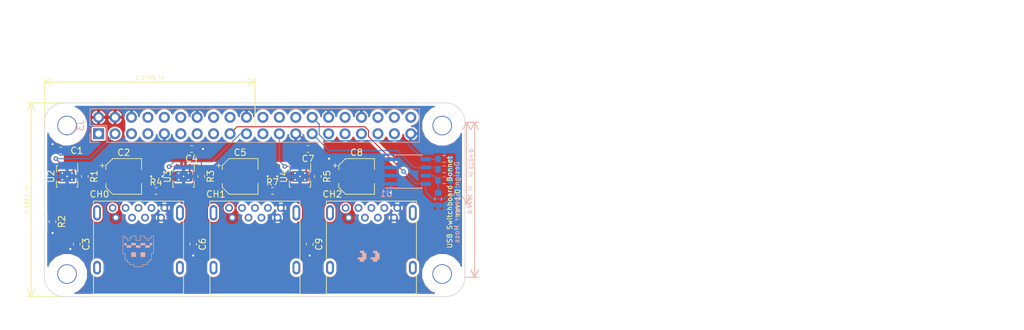
<source format=kicad_pcb>
(kicad_pcb (version 20171130) (host pcbnew 5.0.2-5.fc29)
  (layers (0 F.Cu signal) (31 B.Cu signal) (34 B.Paste user) (35 F.Paste user) (36 B.SilkS user) (37 F.SilkS user) (38 B.Mask user) (39 F.Mask user) (44 Edge.Cuts user))
  (net 0 "")
  (net 1 GND)
  (net 2 /ID_SD_EEPROM)
  (net 3 /ID_SC_EEPROM)
  (net 4 /P3V3)
  (net 5 /P5V)
  (net 6 "Net-(C2-Pad1)")
  (net 7 "Net-(C5-Pad1)")
  (net 8 "Net-(C8-Pad1)")
  (net 9 "Net-(R3-Pad2)")
  (net 10 "Net-(R4-Pad1)")
  (net 11 "Net-(R5-Pad2)")
  (net 12 "Net-(R7-Pad1)")
  (net 13 /CH1_EN)
  (net 14 "Net-(R11-Pad1)")
  (net 15 /CH2_EN)
  (net 16 /CH0_EN)
  (net 17 "Net-(R1-Pad2)")
  (net 18 "Net-(R2-Pad1)")
  (module project_footprints:packman_fmask (layer B.Cu) (at 127.25 100.5)
    (fp_text reference G*** hide)
    (fp_text value LOGO hide)
  )
  (module project_footprints:eaten_face (layer B.Cu) (at 109.25 100.75)
    (fp_text reference G*** hide)
    (fp_text value LOGO hide)
  )
  (module project_footprints:blinky_outline_silkscreen (layer B.Cu) (at 109.25 100.6)
    (fp_text reference G*** hide)
    (fp_text value LOGO hide)
  )
  (module project_footprints:blinky_outereyes_silkscreen (layer B.Cu) (at 145.2 100.85)
    (fp_text reference G*** hide)
    (fp_text value LOGO hide)
  )
  (module project_footprints:blinky_body_soldermask (layer B.Cu) (at 145.2 100.85)
    (fp_text reference G*** hide)
    (fp_text value LOGO hide)
  )
  (module Package_SON:Texas_S-PVSON-N8_ThermalVias (layer F.Cu) (at 98.25 89 270)
    (fp_text reference U2 (at 0 2.5 90) (layer F.SilkS))
    (fp_text value TPS2556)
    (pad 8 smd oval (at 1.55 -0.975 270) (size 0.65 0.4) (layers F.Cu F.Paste F.Mask) (net 17 "Net-(R1-Pad2)"))
    (pad 7 smd oval (at 1.55 -0.325 270) (size 0.65 0.4) (layers F.Cu F.Paste F.Mask) (net 6 "Net-(C2-Pad1)"))
    (pad 6 smd rect (at 1.75 0.325 270) (size 0.3 0.4) (layers F.Cu F.Paste F.Mask) (net 6 "Net-(C2-Pad1)"))
    (pad 5 smd rect (at 1.75 0.975 270) (size 0.3 0.4) (layers F.Cu F.Paste F.Mask) (net 18 "Net-(R2-Pad1)"))
    (pad 4 smd rect (at -1.75 0.975 270) (size 0.3 0.4) (layers F.Cu F.Paste F.Mask) (net 16 /CH0_EN))
    (pad 3 smd oval (at -1.55 0.325 270) (size 0.65 0.4) (layers F.Cu F.Paste F.Mask) (net 5 /P5V))
    (pad 2 smd rect (at -1.75 -0.325 270) (size 0.3 0.4) (layers F.Cu F.Paste F.Mask) (net 5 /P5V))
    (pad 1 smd rect (at -1.75 -0.975 270) (size 0.3 0.4) (layers F.Cu F.Paste F.Mask) (net 1 GND))
    (pad 9 smd rect (at 0 0 270) (size 1.65 2.4) (layers F.Cu F.Mask) (net 1 GND))
    (pad 9 smd rect (at 0.45 0.625 270) (size 0.65 1) (layers F.Cu F.Paste F.Mask) (net 1 GND))
    (pad 9 smd rect (at -0.45 0.625 270) (size 0.65 1) (layers F.Cu F.Paste F.Mask) (net 1 GND))
    (pad 9 smd rect (at 0.45 -0.625 270) (size 0.65 1) (layers F.Cu F.Paste F.Mask) (net 1 GND))
    (pad 9 smd rect (at -0.45 -0.625 270) (size 0.65 1) (layers F.Cu F.Paste F.Mask) (net 1 GND))
    (pad 9 thru_hole circle (at 0.5 0.75 270) (size 0.6 0.6) (drill 0.25) (layers *.Cu) (net 1 GND))
    (pad 9 thru_hole circle (at -0.5 0.75 270) (size 0.6 0.6) (drill 0.25) (layers *.Cu) (net 1 GND))
    (pad 9 thru_hole circle (at 0.5 -0.75 270) (size 0.6 0.6) (drill 0.25) (layers *.Cu) (net 1 GND))
    (pad 9 thru_hole circle (at -0.5 -0.75 270) (size 0.6 0.6) (drill 0.25) (layers *.Cu) (net 1 GND))
    (pad 9 thru_hole circle (at 0 0 270) (size 0.6 0.6) (drill 0.25) (layers *.Cu) (net 1 GND))
    (pad 8 smd rect (at 1.75 -0.975 270) (size 0.3 0.4) (layers F.Cu F.Paste F.Mask) (net 17 "Net-(R1-Pad2)"))
    (pad 7 smd rect (at 1.75 -0.325 270) (size 0.3 0.4) (layers F.Cu F.Paste F.Mask) (net 6 "Net-(C2-Pad1)"))
    (pad 6 smd oval (at 1.55 0.325 270) (size 0.65 0.4) (layers F.Cu F.Paste F.Mask) (net 6 "Net-(C2-Pad1)"))
    (pad 5 smd oval (at 1.55 0.975 270) (size 0.65 0.4) (layers F.Cu F.Paste F.Mask) (net 18 "Net-(R2-Pad1)"))
    (pad 4 smd oval (at -1.55 0.975 270) (size 0.65 0.4) (layers F.Cu F.Paste F.Mask) (net 16 /CH0_EN))
    (pad 3 smd rect (at -1.75 0.325 270) (size 0.3 0.4) (layers F.Cu F.Paste F.Mask) (net 5 /P5V))
    (pad 2 smd oval (at -1.55 -0.325 270) (size 0.65 0.4) (layers F.Cu F.Paste F.Mask) (net 5 /P5V))
    (pad 1 smd oval (at -1.55 -0.975 270) (size 0.65 0.4) (layers F.Cu F.Paste F.Mask) (net 1 GND))
    (pad 9 smd rect (at 0 0 270) (size 1.65 2.4) (layers B.Cu) (net 1 GND))
  )
  (module Resistor_SMD:R_0603_1608Metric_Pad0.84x1.00mm_HandSolder (layer B.Cu) (at 156.55 89.6 180)
    (fp_text reference R29 hide)
    (fp_text value 10K)
    (pad 2 smd rect (at 0.9625 0 180) (size 0.845 1) (layers B.Cu B.Paste B.Mask) (net 14 "Net-(R11-Pad1)"))
    (pad 1 smd rect (at -0.9625 0 180) (size 0.845 1) (layers B.Cu B.Paste B.Mask) (net 4 /P3V3))
  )
  (module Package_SOIC:SOIC-8_3.9x4.9mm_P1.27mm (layer B.Cu) (at 151 88.25)
    (fp_text reference U1 (at -3.4 3.4 180) (layer B.SilkS) (effects (justify mirror)))
    (fp_text value CAT24C32)
    (pad 1 smd rect (at -2.7 1.905) (size 1.55 0.6) (layers B.Cu B.Paste B.Mask) (net 1 GND))
    (pad 2 smd rect (at -2.7 0.635) (size 1.55 0.6) (layers B.Cu B.Paste B.Mask) (net 1 GND))
    (pad 3 smd rect (at -2.7 -0.635) (size 1.55 0.6) (layers B.Cu B.Paste B.Mask) (net 1 GND))
    (pad 4 smd rect (at -2.7 -1.905) (size 1.55 0.6) (layers B.Cu B.Paste B.Mask) (net 1 GND))
    (pad 5 smd rect (at 2.7 -1.905) (size 1.55 0.6) (layers B.Cu B.Paste B.Mask) (net 3 /ID_SC_EEPROM))
    (pad 6 smd rect (at 2.7 -0.635) (size 1.55 0.6) (layers B.Cu B.Paste B.Mask) (net 2 /ID_SD_EEPROM))
    (pad 7 smd rect (at 2.7 0.635) (size 1.55 0.6) (layers B.Cu B.Paste B.Mask) (net 14 "Net-(R11-Pad1)"))
    (pad 8 smd rect (at 2.7 1.905) (size 1.55 0.6) (layers B.Cu B.Paste B.Mask) (net 4 /P3V3))
  )
  (module Resistor_SMD:R_0603_1608Metric_Pad0.84x1.00mm_HandSolder (layer B.Cu) (at 155.6 92.5 270)
    (fp_text reference R11 hide)
    (fp_text value DNP)
    (pad 1 smd rect (at -0.9625 0 270) (size 0.845 1) (layers B.Cu B.Paste B.Mask) (net 14 "Net-(R11-Pad1)"))
    (pad 2 smd rect (at 0.9625 0 270) (size 0.845 1) (layers B.Cu B.Paste B.Mask) (net 1 GND))
  )
  (module Resistor_SMD:R_0603_1608Metric_Pad0.84x1.00mm_HandSolder (layer B.Cu) (at 156.55 86.3 180)
    (fp_text reference R8 hide)
    (fp_text value 3.9K)
    (pad 2 smd rect (at 0.9625 0 180) (size 0.845 1) (layers B.Cu B.Paste B.Mask) (net 3 /ID_SC_EEPROM))
    (pad 1 smd rect (at -0.9625 0 180) (size 0.845 1) (layers B.Cu B.Paste B.Mask) (net 4 /P3V3))
  )
  (module Resistor_SMD:R_0603_1608Metric_Pad0.84x1.00mm_HandSolder (layer B.Cu) (at 156.55 87.9 180)
    (fp_text reference R6 hide)
    (fp_text value 3.9K)
    (pad 1 smd rect (at -0.9625 0 180) (size 0.845 1) (layers B.Cu B.Paste B.Mask) (net 4 /P3V3))
    (pad 2 smd rect (at 0.9625 0 180) (size 0.845 1) (layers B.Cu B.Paste B.Mask) (net 2 /ID_SD_EEPROM))
  )
  (module Connector_PinSocket_2.54mm:PinSocket_2x20_P2.54mm_Vertical (layer B.Cu) (at 103.12 82.39 270)
    (fp_text reference J3 (at -1.27 2.77 270) (layer B.SilkS) (effects (justify mirror)))
    (fp_text value 40HAT)
    (pad 40 thru_hole oval (at -2.54 -48.26 270) (size 1.7 1.7) (drill 1) (layers *.Cu *.Mask))
    (pad 39 thru_hole oval (at 0 -48.26 270) (size 1.7 1.7) (drill 1) (layers *.Cu *.Mask) (net 1 GND))
    (pad 38 thru_hole oval (at -2.54 -45.72 270) (size 1.7 1.7) (drill 1) (layers *.Cu *.Mask))
    (pad 37 thru_hole oval (at 0 -45.72 270) (size 1.7 1.7) (drill 1) (layers *.Cu *.Mask))
    (pad 36 thru_hole oval (at -2.54 -43.18 270) (size 1.7 1.7) (drill 1) (layers *.Cu *.Mask))
    (pad 35 thru_hole oval (at 0 -43.18 270) (size 1.7 1.7) (drill 1) (layers *.Cu *.Mask))
    (pad 34 thru_hole oval (at -2.54 -40.64 270) (size 1.7 1.7) (drill 1) (layers *.Cu *.Mask) (net 1 GND))
    (pad 33 thru_hole oval (at 0 -40.64 270) (size 1.7 1.7) (drill 1) (layers *.Cu *.Mask))
    (pad 32 thru_hole oval (at -2.54 -38.1 270) (size 1.7 1.7) (drill 1) (layers *.Cu *.Mask))
    (pad 31 thru_hole oval (at 0 -38.1 270) (size 1.7 1.7) (drill 1) (layers *.Cu *.Mask))
    (pad 30 thru_hole oval (at -2.54 -35.56 270) (size 1.7 1.7) (drill 1) (layers *.Cu *.Mask) (net 1 GND))
    (pad 29 thru_hole oval (at 0 -35.56 270) (size 1.7 1.7) (drill 1) (layers *.Cu *.Mask))
    (pad 28 thru_hole oval (at -2.54 -33.02 270) (size 1.7 1.7) (drill 1) (layers *.Cu *.Mask) (net 3 /ID_SC_EEPROM))
    (pad 27 thru_hole oval (at 0 -33.02 270) (size 1.7 1.7) (drill 1) (layers *.Cu *.Mask) (net 2 /ID_SD_EEPROM))
    (pad 26 thru_hole oval (at -2.54 -30.48 270) (size 1.7 1.7) (drill 1) (layers *.Cu *.Mask))
    (pad 25 thru_hole oval (at 0 -30.48 270) (size 1.7 1.7) (drill 1) (layers *.Cu *.Mask) (net 1 GND))
    (pad 24 thru_hole oval (at -2.54 -27.94 270) (size 1.7 1.7) (drill 1) (layers *.Cu *.Mask))
    (pad 23 thru_hole oval (at 0 -27.94 270) (size 1.7 1.7) (drill 1) (layers *.Cu *.Mask) (net 15 /CH2_EN))
    (pad 22 thru_hole oval (at -2.54 -25.4 270) (size 1.7 1.7) (drill 1) (layers *.Cu *.Mask))
    (pad 21 thru_hole oval (at 0 -25.4 270) (size 1.7 1.7) (drill 1) (layers *.Cu *.Mask))
    (pad 20 thru_hole oval (at -2.54 -22.86 270) (size 1.7 1.7) (drill 1) (layers *.Cu *.Mask) (net 1 GND))
    (pad 19 thru_hole oval (at 0 -22.86 270) (size 1.7 1.7) (drill 1) (layers *.Cu *.Mask) (net 13 /CH1_EN))
    (pad 18 thru_hole oval (at -2.54 -20.32 270) (size 1.7 1.7) (drill 1) (layers *.Cu *.Mask))
    (pad 17 thru_hole oval (at 0 -20.32 270) (size 1.7 1.7) (drill 1) (layers *.Cu *.Mask) (net 4 /P3V3))
    (pad 16 thru_hole oval (at -2.54 -17.78 270) (size 1.7 1.7) (drill 1) (layers *.Cu *.Mask))
    (pad 15 thru_hole oval (at 0 -17.78 270) (size 1.7 1.7) (drill 1) (layers *.Cu *.Mask))
    (pad 14 thru_hole oval (at -2.54 -15.24 270) (size 1.7 1.7) (drill 1) (layers *.Cu *.Mask) (net 1 GND))
    (pad 13 thru_hole oval (at 0 -15.24 270) (size 1.7 1.7) (drill 1) (layers *.Cu *.Mask))
    (pad 12 thru_hole oval (at -2.54 -12.7 270) (size 1.7 1.7) (drill 1) (layers *.Cu *.Mask))
    (pad 11 thru_hole oval (at 0 -12.7 270) (size 1.7 1.7) (drill 1) (layers *.Cu *.Mask))
    (pad 10 thru_hole oval (at -2.54 -10.16 270) (size 1.7 1.7) (drill 1) (layers *.Cu *.Mask))
    (pad 9 thru_hole oval (at 0 -10.16 270) (size 1.7 1.7) (drill 1) (layers *.Cu *.Mask) (net 1 GND))
    (pad 8 thru_hole oval (at -2.54 -7.62 270) (size 1.7 1.7) (drill 1) (layers *.Cu *.Mask))
    (pad 7 thru_hole oval (at 0 -7.62 270) (size 1.7 1.7) (drill 1) (layers *.Cu *.Mask))
    (pad 6 thru_hole oval (at -2.54 -5.08 270) (size 1.7 1.7) (drill 1) (layers *.Cu *.Mask) (net 1 GND))
    (pad 5 thru_hole oval (at 0 -5.08 270) (size 1.7 1.7) (drill 1) (layers *.Cu *.Mask))
    (pad 4 thru_hole oval (at -2.54 -2.54 270) (size 1.7 1.7) (drill 1) (layers *.Cu *.Mask) (net 5 /P5V))
    (pad 3 thru_hole oval (at 0 -2.54 270) (size 1.7 1.7) (drill 1) (layers *.Cu *.Mask) (net 16 /CH0_EN))
    (pad 2 thru_hole oval (at -2.54 0 270) (size 1.7 1.7) (drill 1) (layers *.Cu *.Mask) (net 5 /P5V))
    (pad 1 thru_hole rect (at 0 0 270) (size 1.7 1.7) (drill 1) (layers *.Cu *.Mask) (net 4 /P3V3))
  )
  (module project_footprints:NPTH_3mm_ID (layer F.Cu) (at 98.24 81.11)
    (fp_text reference H1 (at 0.06 0.09) (layer F.SilkS))
    (fp_text value 3mm_Mounting_Hole hide)
    (pad "" np_thru_hole circle (at 0 0) (size 3 3) (drill 2.75) (layers *.Cu *.Mask) (clearance 1.6))
  )
  (module project_footprints:NPTH_3mm_ID (layer F.Cu) (at 156.24 81.13)
    (fp_text reference H2 (at 0.06 0.09) (layer F.SilkS))
    (fp_text value 3mm_Mounting_Hole hide)
    (pad "" np_thru_hole circle (at 0 0) (size 3 3) (drill 2.75) (layers *.Cu *.Mask) (clearance 1.6))
  )
  (module project_footprints:NPTH_3mm_ID (layer F.Cu) (at 98.24 104.12)
    (fp_text reference H3 (at 0.06 0.09) (layer F.SilkS))
    (fp_text value 3mm_Mounting_Hole hide)
    (pad "" np_thru_hole circle (at 0 0) (size 3 3) (drill 2.75) (layers *.Cu *.Mask) (clearance 1.6))
  )
  (module project_footprints:NPTH_3mm_ID (layer F.Cu) (at 156.23 104.11)
    (fp_text reference H4 (at 0.06 0.09) (layer F.SilkS))
    (fp_text value 3mm_Mounting_Hole hide)
    (pad "" np_thru_hole circle (at 0 0) (size 3 3) (drill 2.75) (layers *.Cu *.Mask) (clearance 1.6))
  )
  (module Capacitor_SMD:C_0603_1608Metric (layer F.Cu) (at 97.25 85 180)
    (fp_text reference C1 (at -2.5 0 180) (layer F.SilkS))
    (fp_text value 0.1uF)
    (pad 1 smd roundrect (at -0.7875 0 180) (size 0.875 0.95) (layers F.Cu F.Paste F.Mask) (net 5 /P5V))
    (pad 2 smd roundrect (at 0.7875 0 180) (size 0.875 0.95) (layers F.Cu F.Paste F.Mask) (net 1 GND))
  )
  (module Resistor_SMD:R_0603_1608Metric (layer F.Cu) (at 99.75 99.5 270)
    (fp_text reference C3 (at 0 -1.43 90) (layer F.SilkS))
    (fp_text value 10uF)
    (pad 1 smd roundrect (at -0.7875 0 270) (size 0.875 0.95) (layers F.Cu F.Paste F.Mask) (net 6 "Net-(C2-Pad1)"))
    (pad 2 smd roundrect (at 0.7875 0 270) (size 0.875 0.95) (layers F.Cu F.Paste F.Mask) (net 1 GND))
  )
  (module Connector_USB:USB3_A_Molex_48393-001 (layer F.Cu) (at 105.79 95.38)
    (fp_text reference CH0 (at -2.54 -3.63) (layer F.SilkS))
    (fp_text value USB_A)
    (pad 10 thru_hole oval (at -2.9 7.75) (size 1.2 2.1) (drill oval 0.6 1.4) (layers *.Cu *.Mask))
    (pad 10 thru_hole oval (at 9.9 7.75) (size 1.2 2.1) (drill oval 0.6 1.4) (layers *.Cu *.Mask))
    (pad 10 thru_hole oval (at -2.9 -0.75) (size 1.2 2.4) (drill oval 0.6 1.7) (layers *.Cu *.Mask))
    (pad 10 thru_hole oval (at 9.9 -0.75) (size 1.2 2.4) (drill oval 0.6 1.7) (layers *.Cu *.Mask))
    (pad 9 thru_hole circle (at -0.5 -1.5) (size 1.2 1.2) (drill 0.7) (layers *.Cu *.Mask))
    (pad 8 thru_hole circle (at 1.5 -1.5) (size 1.2 1.2) (drill 0.7) (layers *.Cu *.Mask))
    (pad 7 thru_hole circle (at 3.5 -1.5) (size 1.2 1.2) (drill 0.7) (layers *.Cu *.Mask))
    (pad 6 thru_hole circle (at 5.5 -1.5) (size 1.2 1.2) (drill 0.7) (layers *.Cu *.Mask))
    (pad 5 thru_hole circle (at 7.5 -1.5) (size 1.2 1.2) (drill 0.7) (layers *.Cu *.Mask) (net 1 GND))
    (pad 4 thru_hole circle (at 7 0) (size 1.2 1.2) (drill 0.7) (layers *.Cu *.Mask) (net 1 GND))
    (pad 3 thru_hole circle (at 4.5 0) (size 1.2 1.2) (drill 0.7) (layers *.Cu *.Mask))
    (pad 2 thru_hole circle (at 2.5 0) (size 1.2 1.2) (drill 0.7) (layers *.Cu *.Mask))
    (pad 1 thru_hole circle (at 0 0) (size 1.2 1.2) (drill 0.7) (layers *.Cu *.Mask) (net 6 "Net-(C2-Pad1)"))
  )
  (module Resistor_SMD:R_0603_1608Metric (layer F.Cu) (at 101 89 270)
    (fp_text reference R1 (at 0 -1.43 90) (layer F.SilkS))
    (fp_text value 100k)
    (pad 2 smd roundrect (at 0.7875 0 270) (size 0.875 0.95) (layers F.Cu F.Paste F.Mask) (net 17 "Net-(R1-Pad2)"))
    (pad 1 smd roundrect (at -0.7875 0 270) (size 0.875 0.95) (layers F.Cu F.Paste F.Mask) (net 5 /P5V))
  )
  (module Capacitor_SMD:CP_Elec_5x5.3 (layer F.Cu) (at 107 89)
    (fp_text reference C2 (at 0 -3.7) (layer F.SilkS))
    (fp_text value 150uF)
    (pad 1 smd roundrect (at -2.2 0) (size 3 1.6) (layers F.Cu F.Paste F.Mask) (roundrect_rratio 0.156) (net 6 "Net-(C2-Pad1)"))
    (pad 2 smd roundrect (at 2.2 0) (size 3 1.6) (layers F.Cu F.Paste F.Mask) (roundrect_rratio 0.15625) (net 1 GND))
  )
  (module Capacitor_SMD:C_0603_1608Metric (layer F.Cu) (at 117.5 84.75)
    (fp_text reference C4 (at 0 1.5) (layer F.SilkS))
    (fp_text value 0.1uF)
    (pad 1 smd roundrect (at -0.7875 0) (size 0.875 0.95) (layers F.Cu F.Paste F.Mask) (net 5 /P5V))
    (pad 2 smd roundrect (at 0.7875 0) (size 0.875 0.95) (layers F.Cu F.Paste F.Mask) (net 1 GND))
  )
  (module Capacitor_SMD:CP_Elec_5x5.3 (layer F.Cu) (at 125 89)
    (fp_text reference C5 (at 0 -3.7) (layer F.SilkS))
    (fp_text value 150uF)
    (pad 1 smd roundrect (at -2.2 0) (size 3 1.6) (layers F.Cu F.Paste F.Mask) (roundrect_rratio 0.15625) (net 7 "Net-(C5-Pad1)"))
    (pad 2 smd roundrect (at 2.2 0) (size 3 1.6) (layers F.Cu F.Paste F.Mask) (roundrect_rratio 0.15625) (net 1 GND))
  )
  (module Resistor_SMD:R_0603_1608Metric (layer F.Cu) (at 117.75 99.5 270)
    (fp_text reference C6 (at 0 -1.43 90) (layer F.SilkS))
    (fp_text value 10uF)
    (pad 2 smd roundrect (at 0.7875 0 270) (size 0.875 0.95) (layers F.Cu F.Paste F.Mask) (net 1 GND))
    (pad 1 smd roundrect (at -0.7875 0 270) (size 0.875 0.95) (layers F.Cu F.Paste F.Mask) (net 7 "Net-(C5-Pad1)"))
  )
  (module Capacitor_SMD:C_0603_1608Metric (layer F.Cu) (at 135.5 84.75)
    (fp_text reference C7 (at 0 1.5) (layer F.SilkS))
    (fp_text value 0.1uF)
    (pad 2 smd roundrect (at 0.7875 0) (size 0.875 0.95) (layers F.Cu F.Paste F.Mask) (net 1 GND))
    (pad 1 smd roundrect (at -0.7875 0) (size 0.875 0.95) (layers F.Cu F.Paste F.Mask) (net 5 /P5V))
  )
  (module Capacitor_SMD:CP_Elec_5x5.3 (layer F.Cu) (at 143 89)
    (fp_text reference C8 (at 0 -3.7) (layer F.SilkS))
    (fp_text value 150uF)
    (pad 2 smd roundrect (at 2.2 0) (size 3 1.6) (layers F.Cu F.Paste F.Mask) (roundrect_rratio 0.15625) (net 1 GND))
    (pad 1 smd roundrect (at -2.2 0) (size 3 1.6) (layers F.Cu F.Paste F.Mask) (roundrect_rratio 0.15625) (net 8 "Net-(C8-Pad1)"))
  )
  (module Resistor_SMD:R_0603_1608Metric (layer F.Cu) (at 135.75 99.5 270)
    (fp_text reference C9 (at 0 -1.43 90) (layer F.SilkS))
    (fp_text value 10uF)
    (pad 1 smd roundrect (at -0.7875 0 270) (size 0.875 0.95) (layers F.Cu F.Paste F.Mask) (net 8 "Net-(C8-Pad1)"))
    (pad 2 smd roundrect (at 0.7875 0 270) (size 0.875 0.95) (layers F.Cu F.Paste F.Mask) (net 1 GND))
  )
  (module Connector_USB:USB3_A_Molex_48393-001 (layer F.Cu) (at 123.79 95.38)
    (fp_text reference CH1 (at -2.54 -3.63) (layer F.SilkS))
    (fp_text value USB_A)
    (pad 1 thru_hole circle (at 0 0) (size 1.2 1.2) (drill 0.7) (layers *.Cu *.Mask) (net 7 "Net-(C5-Pad1)"))
    (pad 2 thru_hole circle (at 2.5 0) (size 1.2 1.2) (drill 0.7) (layers *.Cu *.Mask))
    (pad 3 thru_hole circle (at 4.5 0) (size 1.2 1.2) (drill 0.7) (layers *.Cu *.Mask))
    (pad 4 thru_hole circle (at 7 0) (size 1.2 1.2) (drill 0.7) (layers *.Cu *.Mask) (net 1 GND))
    (pad 5 thru_hole circle (at 7.5 -1.5) (size 1.2 1.2) (drill 0.7) (layers *.Cu *.Mask) (net 1 GND))
    (pad 6 thru_hole circle (at 5.5 -1.5) (size 1.2 1.2) (drill 0.7) (layers *.Cu *.Mask))
    (pad 7 thru_hole circle (at 3.5 -1.5) (size 1.2 1.2) (drill 0.7) (layers *.Cu *.Mask))
    (pad 8 thru_hole circle (at 1.5 -1.5) (size 1.2 1.2) (drill 0.7) (layers *.Cu *.Mask))
    (pad 9 thru_hole circle (at -0.5 -1.5) (size 1.2 1.2) (drill 0.7) (layers *.Cu *.Mask))
    (pad 10 thru_hole oval (at 9.9 -0.75) (size 1.2 2.4) (drill oval 0.6 1.7) (layers *.Cu *.Mask))
    (pad 10 thru_hole oval (at -2.9 -0.75) (size 1.2 2.4) (drill oval 0.6 1.7) (layers *.Cu *.Mask))
    (pad 10 thru_hole oval (at 9.9 7.75) (size 1.2 2.1) (drill oval 0.6 1.4) (layers *.Cu *.Mask))
    (pad 10 thru_hole oval (at -2.9 7.75) (size 1.2 2.1) (drill oval 0.6 1.4) (layers *.Cu *.Mask))
  )
  (module Connector_USB:USB3_A_Molex_48393-001 (layer F.Cu) (at 141.79 95.38)
    (fp_text reference CH2 (at -2.54 -3.63) (layer F.SilkS))
    (fp_text value USB_A)
    (pad 10 thru_hole oval (at -2.9 7.75) (size 1.2 2.1) (drill oval 0.6 1.4) (layers *.Cu *.Mask))
    (pad 10 thru_hole oval (at 9.9 7.75) (size 1.2 2.1) (drill oval 0.6 1.4) (layers *.Cu *.Mask))
    (pad 10 thru_hole oval (at -2.9 -0.75) (size 1.2 2.4) (drill oval 0.6 1.7) (layers *.Cu *.Mask))
    (pad 10 thru_hole oval (at 9.9 -0.75) (size 1.2 2.4) (drill oval 0.6 1.7) (layers *.Cu *.Mask))
    (pad 9 thru_hole circle (at -0.5 -1.5) (size 1.2 1.2) (drill 0.7) (layers *.Cu *.Mask))
    (pad 8 thru_hole circle (at 1.5 -1.5) (size 1.2 1.2) (drill 0.7) (layers *.Cu *.Mask))
    (pad 7 thru_hole circle (at 3.5 -1.5) (size 1.2 1.2) (drill 0.7) (layers *.Cu *.Mask))
    (pad 6 thru_hole circle (at 5.5 -1.5) (size 1.2 1.2) (drill 0.7) (layers *.Cu *.Mask))
    (pad 5 thru_hole circle (at 7.5 -1.5) (size 1.2 1.2) (drill 0.7) (layers *.Cu *.Mask) (net 1 GND))
    (pad 4 thru_hole circle (at 7 0) (size 1.2 1.2) (drill 0.7) (layers *.Cu *.Mask) (net 1 GND))
    (pad 3 thru_hole circle (at 4.5 0) (size 1.2 1.2) (drill 0.7) (layers *.Cu *.Mask))
    (pad 2 thru_hole circle (at 2.5 0) (size 1.2 1.2) (drill 0.7) (layers *.Cu *.Mask))
    (pad 1 thru_hole circle (at 0 0) (size 1.2 1.2) (drill 0.7) (layers *.Cu *.Mask) (net 8 "Net-(C8-Pad1)"))
  )
  (module Resistor_SMD:R_0603_1608Metric (layer F.Cu) (at 119 89 270)
    (fp_text reference R3 (at 0 -1.43 90) (layer F.SilkS))
    (fp_text value 100k)
    (pad 1 smd roundrect (at -0.7875 0 270) (size 0.875 0.95) (layers F.Cu F.Paste F.Mask) (net 5 /P5V))
    (pad 2 smd roundrect (at 0.7875 0 270) (size 0.875 0.95) (layers F.Cu F.Paste F.Mask) (net 9 "Net-(R3-Pad2)"))
  )
  (module Resistor_SMD:R_0603_1608Metric (layer F.Cu) (at 112 91.25 180)
    (fp_text reference R4 (at 0 1.35) (layer F.SilkS))
    (fp_text value 187k)
    (pad 1 smd roundrect (at -0.7875 0 180) (size 0.875 0.95) (layers F.Cu F.Paste F.Mask) (net 10 "Net-(R4-Pad1)"))
    (pad 2 smd roundrect (at 0.7875 0 180) (size 0.875 0.95) (layers F.Cu F.Paste F.Mask) (net 1 GND))
  )
  (module Resistor_SMD:R_0603_1608Metric (layer F.Cu) (at 137 89 270)
    (fp_text reference R5 (at 0 -1.43 90) (layer F.SilkS))
    (fp_text value 100k)
    (pad 2 smd roundrect (at 0.7875 0 270) (size 0.875 0.95) (layers F.Cu F.Paste F.Mask) (net 11 "Net-(R5-Pad2)"))
    (pad 1 smd roundrect (at -0.7875 0 270) (size 0.875 0.95) (layers F.Cu F.Paste F.Mask) (net 5 /P5V))
  )
  (module Resistor_SMD:R_0603_1608Metric (layer F.Cu) (at 130 91.25 180)
    (fp_text reference R7 (at 0 1.35) (layer F.SilkS))
    (fp_text value 187k)
    (pad 1 smd roundrect (at -0.7875 0 180) (size 0.875 0.95) (layers F.Cu F.Paste F.Mask) (net 12 "Net-(R7-Pad1)"))
    (pad 2 smd roundrect (at 0.7875 0 180) (size 0.875 0.95) (layers F.Cu F.Paste F.Mask) (net 1 GND))
  )
  (module Package_SON:Texas_S-PVSON-N8_ThermalVias (layer F.Cu) (at 116.25 89 270)
    (fp_text reference U3 (at 0 2.5 90) (layer F.SilkS))
    (fp_text value TPS2556)
    (pad 8 smd oval (at 1.55 -0.975 270) (size 0.65 0.4) (layers F.Cu F.Paste F.Mask) (net 9 "Net-(R3-Pad2)"))
    (pad 7 smd oval (at 1.55 -0.325 270) (size 0.65 0.4) (layers F.Cu F.Paste F.Mask) (net 7 "Net-(C5-Pad1)"))
    (pad 6 smd rect (at 1.75 0.325 270) (size 0.3 0.4) (layers F.Cu F.Paste F.Mask) (net 7 "Net-(C5-Pad1)"))
    (pad 5 smd rect (at 1.75 0.975 270) (size 0.3 0.4) (layers F.Cu F.Paste F.Mask) (net 10 "Net-(R4-Pad1)"))
    (pad 4 smd rect (at -1.75 0.975 270) (size 0.3 0.4) (layers F.Cu F.Paste F.Mask) (net 13 /CH1_EN))
    (pad 3 smd oval (at -1.55 0.325 270) (size 0.65 0.4) (layers F.Cu F.Paste F.Mask) (net 5 /P5V))
    (pad 2 smd rect (at -1.75 -0.325 270) (size 0.3 0.4) (layers F.Cu F.Paste F.Mask) (net 5 /P5V))
    (pad 1 smd rect (at -1.75 -0.975 270) (size 0.3 0.4) (layers F.Cu F.Paste F.Mask) (net 1 GND))
    (pad 9 smd rect (at 0 0 270) (size 1.65 2.4) (layers F.Cu F.Mask) (net 1 GND))
    (pad 9 smd rect (at 0.45 0.625 270) (size 0.65 1) (layers F.Cu F.Paste F.Mask) (net 1 GND))
    (pad 9 smd rect (at -0.45 0.625 270) (size 0.65 1) (layers F.Cu F.Paste F.Mask) (net 1 GND))
    (pad 9 smd rect (at 0.45 -0.625 270) (size 0.65 1) (layers F.Cu F.Paste F.Mask) (net 1 GND))
    (pad 9 smd rect (at -0.45 -0.625 270) (size 0.65 1) (layers F.Cu F.Paste F.Mask) (net 1 GND))
    (pad 9 thru_hole circle (at 0.5 0.75 270) (size 0.6 0.6) (drill 0.25) (layers *.Cu) (net 1 GND))
    (pad 9 thru_hole circle (at -0.5 0.75 270) (size 0.6 0.6) (drill 0.25) (layers *.Cu) (net 1 GND))
    (pad 9 thru_hole circle (at 0.5 -0.75 270) (size 0.6 0.6) (drill 0.25) (layers *.Cu) (net 1 GND))
    (pad 9 thru_hole circle (at -0.5 -0.75 270) (size 0.6 0.6) (drill 0.25) (layers *.Cu) (net 1 GND))
    (pad 9 thru_hole circle (at 0 0 270) (size 0.6 0.6) (drill 0.25) (layers *.Cu) (net 1 GND))
    (pad 8 smd rect (at 1.75 -0.975 270) (size 0.3 0.4) (layers F.Cu F.Paste F.Mask) (net 9 "Net-(R3-Pad2)"))
    (pad 7 smd rect (at 1.75 -0.325 270) (size 0.3 0.4) (layers F.Cu F.Paste F.Mask) (net 7 "Net-(C5-Pad1)"))
    (pad 6 smd oval (at 1.55 0.325 270) (size 0.65 0.4) (layers F.Cu F.Paste F.Mask) (net 7 "Net-(C5-Pad1)"))
    (pad 5 smd oval (at 1.55 0.975 270) (size 0.65 0.4) (layers F.Cu F.Paste F.Mask) (net 10 "Net-(R4-Pad1)"))
    (pad 4 smd oval (at -1.55 0.975 270) (size 0.65 0.4) (layers F.Cu F.Paste F.Mask) (net 13 /CH1_EN))
    (pad 3 smd rect (at -1.75 0.325 270) (size 0.3 0.4) (layers F.Cu F.Paste F.Mask) (net 5 /P5V))
    (pad 2 smd oval (at -1.55 -0.325 270) (size 0.65 0.4) (layers F.Cu F.Paste F.Mask) (net 5 /P5V))
    (pad 1 smd oval (at -1.55 -0.975 270) (size 0.65 0.4) (layers F.Cu F.Paste F.Mask) (net 1 GND))
    (pad 9 smd rect (at 0 0 270) (size 1.65 2.4) (layers B.Cu) (net 1 GND))
  )
  (module Package_SON:Texas_S-PVSON-N8_ThermalVias (layer F.Cu) (at 134.25 89 270)
    (fp_text reference U4 (at 0 2.5 90) (layer F.SilkS))
    (fp_text value TPS2556)
    (pad 9 smd rect (at 0 0 270) (size 1.65 2.4) (layers B.Cu) (net 1 GND))
    (pad 1 smd oval (at -1.55 -0.975 270) (size 0.65 0.4) (layers F.Cu F.Paste F.Mask) (net 1 GND))
    (pad 2 smd oval (at -1.55 -0.325 270) (size 0.65 0.4) (layers F.Cu F.Paste F.Mask) (net 5 /P5V))
    (pad 3 smd rect (at -1.75 0.325 270) (size 0.3 0.4) (layers F.Cu F.Paste F.Mask) (net 5 /P5V))
    (pad 4 smd oval (at -1.55 0.975 270) (size 0.65 0.4) (layers F.Cu F.Paste F.Mask) (net 15 /CH2_EN))
    (pad 5 smd oval (at 1.55 0.975 270) (size 0.65 0.4) (layers F.Cu F.Paste F.Mask) (net 12 "Net-(R7-Pad1)"))
    (pad 6 smd oval (at 1.55 0.325 270) (size 0.65 0.4) (layers F.Cu F.Paste F.Mask) (net 8 "Net-(C8-Pad1)"))
    (pad 7 smd rect (at 1.75 -0.325 270) (size 0.3 0.4) (layers F.Cu F.Paste F.Mask) (net 8 "Net-(C8-Pad1)"))
    (pad 8 smd rect (at 1.75 -0.975 270) (size 0.3 0.4) (layers F.Cu F.Paste F.Mask) (net 11 "Net-(R5-Pad2)"))
    (pad 9 thru_hole circle (at 0 0 270) (size 0.6 0.6) (drill 0.25) (layers *.Cu) (net 1 GND))
    (pad 9 thru_hole circle (at -0.5 -0.75 270) (size 0.6 0.6) (drill 0.25) (layers *.Cu) (net 1 GND))
    (pad 9 thru_hole circle (at 0.5 -0.75 270) (size 0.6 0.6) (drill 0.25) (layers *.Cu) (net 1 GND))
    (pad 9 thru_hole circle (at -0.5 0.75 270) (size 0.6 0.6) (drill 0.25) (layers *.Cu) (net 1 GND))
    (pad 9 thru_hole circle (at 0.5 0.75 270) (size 0.6 0.6) (drill 0.25) (layers *.Cu) (net 1 GND))
    (pad 9 smd rect (at -0.45 -0.625 270) (size 0.65 1) (layers F.Cu F.Paste F.Mask) (net 1 GND))
    (pad 9 smd rect (at 0.45 -0.625 270) (size 0.65 1) (layers F.Cu F.Paste F.Mask) (net 1 GND))
    (pad 9 smd rect (at -0.45 0.625 270) (size 0.65 1) (layers F.Cu F.Paste F.Mask) (net 1 GND))
    (pad 9 smd rect (at 0.45 0.625 270) (size 0.65 1) (layers F.Cu F.Paste F.Mask) (net 1 GND))
    (pad 9 smd rect (at 0 0 270) (size 1.65 2.4) (layers F.Cu F.Mask) (net 1 GND))
    (pad 1 smd rect (at -1.75 -0.975 270) (size 0.3 0.4) (layers F.Cu F.Paste F.Mask) (net 1 GND))
    (pad 2 smd rect (at -1.75 -0.325 270) (size 0.3 0.4) (layers F.Cu F.Paste F.Mask) (net 5 /P5V))
    (pad 3 smd oval (at -1.55 0.325 270) (size 0.65 0.4) (layers F.Cu F.Paste F.Mask) (net 5 /P5V))
    (pad 4 smd rect (at -1.75 0.975 270) (size 0.3 0.4) (layers F.Cu F.Paste F.Mask) (net 15 /CH2_EN))
    (pad 5 smd rect (at 1.75 0.975 270) (size 0.3 0.4) (layers F.Cu F.Paste F.Mask) (net 12 "Net-(R7-Pad1)"))
    (pad 6 smd rect (at 1.75 0.325 270) (size 0.3 0.4) (layers F.Cu F.Paste F.Mask) (net 8 "Net-(C8-Pad1)"))
    (pad 7 smd oval (at 1.55 -0.325 270) (size 0.65 0.4) (layers F.Cu F.Paste F.Mask) (net 8 "Net-(C8-Pad1)"))
    (pad 8 smd oval (at 1.55 -0.975 270) (size 0.65 0.4) (layers F.Cu F.Paste F.Mask) (net 11 "Net-(R5-Pad2)"))
  )
  (module Resistor_SMD:R_0603_1608Metric (layer F.Cu) (at 96 96 270)
    (fp_text reference R2 (at 0 -1.43 90) (layer F.SilkS))
    (fp_text value 187k)
    (pad 1 smd roundrect (at -0.7875 0 270) (size 0.875 0.95) (layers F.Cu F.Paste F.Mask) (net 18 "Net-(R2-Pad1)"))
    (pad 2 smd roundrect (at 0.7875 0 270) (size 0.875 0.95) (layers F.Cu F.Paste F.Mask) (net 1 GND))
  )
  (gr_text "Design: Spencer Moss" (at 158.5 93 90) (layer B.SilkS) (effects (font (size 0.762 0.762) (thickness 0.127)) (justify mirror)))
  (dimension 12.63239 (width 0.15) (layer B.SilkS) (gr_text "12.632 mm" (at 160.838177 86.933491 270.0165278) (layer B.SilkS) (effects (font (size 0.6 0.6) (thickness 0.09)))) (feature1 (pts (xy 159.75 93.25) (xy 160.58642 93.249759))) (feature2 (pts (xy 159.746356 80.617611) (xy 160.582776 80.61737))) (crossbar (pts (xy 159.996355 80.617539) (xy 159.999999 93.249928))) (arrow1a (pts (xy 159.999999 93.249928) (xy 159.413253 92.123593))) (arrow1b (pts (xy 159.999999 93.249928) (xy 160.586095 92.123255))) (arrow2a (pts (xy 159.996355 80.617539) (xy 159.410259 81.744212))) (arrow2b (pts (xy 159.996355 80.617539) (xy 160.583101 81.743874))))
  (dimension 24.005236 (width 0.15) (layer B.SilkS) (gr_text "24.005 mm" (at 162.089999 92.620229 89.99998807) (layer B.SilkS) (effects (font (size 0.6 0.6) (thickness 0.09)))) (feature1 (pts (xy 159.746351 104.622847) (xy 161.836418 104.622847))) (feature2 (pts (xy 159.746356 80.617611) (xy 161.836423 80.617611))) (crossbar (pts (xy 161.250002 80.617611) (xy 161.249997 104.622847))) (arrow1a (pts (xy 161.249997 104.622847) (xy 160.663576 103.496343))) (arrow1b (pts (xy 161.249997 104.622847) (xy 161.836418 103.496343))) (arrow2a (pts (xy 161.250002 80.617611) (xy 160.663581 81.744115))) (arrow2b (pts (xy 161.250002 80.617611) (xy 161.836423 81.744115))))
  (gr_text "USB Switchboard Bonnet\nrev 1.0" (at 158 93 90) (layer F.SilkS) (effects (font (size 0.762 0.762) (thickness 0.127))))
  (dimension 30 (width 0.15) (layer F.SilkS) (gr_text "30.000 mm" (at 91.86 92.617611 270) (layer F.SilkS) (effects (font (size 0.6 0.6) (thickness 0.09)))) (feature1 (pts (xy 97.746356 107.617611) (xy 92.113579 107.617611))) (feature2 (pts (xy 97.746356 77.617611) (xy 92.113579 77.617611))) (crossbar (pts (xy 92.7 77.617611) (xy 92.7 107.617611))) (arrow1a (pts (xy 92.7 107.617611) (xy 92.113579 106.491107))) (arrow1b (pts (xy 92.7 107.617611) (xy 93.286421 106.491107))) (arrow2a (pts (xy 92.7 77.617611) (xy 92.113579 78.744115))) (arrow2b (pts (xy 92.7 77.617611) (xy 93.286421 78.744115))))
  (dimension 32.5 (width 0.15) (layer F.SilkS) (gr_text "32.500 mm" (at 111.05 73.560001) (layer F.SilkS) (effects (font (size 0.6 0.6) (thickness 0.09)))) (feature1 (pts (xy 94.8 81.1) (xy 94.8 73.81358))) (feature2 (pts (xy 127.3 81.1) (xy 127.3 73.81358))) (crossbar (pts (xy 127.3 74.400001) (xy 94.8 74.400001))) (arrow1a (pts (xy 94.8 74.400001) (xy 95.926504 73.81358))) (arrow1b (pts (xy 94.8 74.400001) (xy 95.926504 74.986422))) (arrow2a (pts (xy 127.3 74.400001) (xy 126.173496 73.81358))) (arrow2b (pts (xy 127.3 74.400001) (xy 126.173496 74.986422))))
  (gr_line (start 94.746356 80.617611) (end 94.746356 104.617611) (layer Edge.Cuts) (width 0.1))
  (gr_line (start 156.746356 107.617611) (end 97.746356 107.617611) (layer Edge.Cuts) (width 0.1))
  (gr_arc (start 97.746356 80.617611) (end 97.746356 77.617611) (angle -90) (layer Edge.Cuts) (width 0.1))
  (gr_line (start 156.746356 77.617611) (end 97.746356 77.617611) (layer Edge.Cuts) (width 0.1))
  (gr_arc (start 156.746356 80.617611) (end 159.746356 80.617611) (angle -90) (layer Edge.Cuts) (width 0.1))
  (gr_line (start 159.746351 104.622847) (end 159.746356 80.617611) (layer Edge.Cuts) (width 0.1))
  (gr_arc (start 97.746356 104.617611) (end 94.746356 104.617611) (angle -90) (layer Edge.Cuts) (width 0.1))
  (gr_arc (start 156.746356 104.617611) (end 156.746356 107.617611) (angle -89.9) (layer Edge.Cuts) (width 0.1))
  (via (at 111.25 89) (size 0.6858) (drill 0.3302) (layers F.Cu B.Cu) (net 1))
  (segment (start 111.2125 91.25) (end 111.2125 89.0375) (width 0.1524) (layer F.Cu) (net 1))
  (segment (start 111.2125 89.0375) (end 111.25 89) (width 0.1524) (layer F.Cu) (net 1))
  (segment (start 109.2 89) (end 111.25 89) (width 0.1524) (layer F.Cu) (net 1))
  (via (at 129.25 89) (size 0.6858) (drill 0.3302) (layers F.Cu B.Cu) (net 1))
  (segment (start 129.2125 91.25) (end 129.2125 89.0375) (width 0.1524) (layer F.Cu) (net 1))
  (segment (start 129.2125 89.0375) (end 129.25 89) (width 0.1524) (layer F.Cu) (net 1))
  (segment (start 127.2 89) (end 129.25 89) (width 0.1524) (layer F.Cu) (net 1))
  (via (at 98.75 100.25) (size 0.6858) (drill 0.3302) (layers F.Cu B.Cu) (net 1))
  (segment (start 99.75 100.2875) (end 98.7875 100.2875) (width 0.1524) (layer F.Cu) (net 1))
  (segment (start 98.7875 100.2875) (end 98.75 100.25) (width 0.1524) (layer F.Cu) (net 1))
  (via (at 96 97.75) (size 0.6858) (drill 0.3302) (layers F.Cu B.Cu) (net 1))
  (segment (start 96 96.7875) (end 96 97.75) (width 0.1524) (layer F.Cu) (net 1))
  (via (at 117.75 101.25) (size 0.6858) (drill 0.3302) (layers F.Cu B.Cu) (net 1))
  (segment (start 117.75 100.2875) (end 117.75 101.25) (width 0.1524) (layer F.Cu) (net 1))
  (via (at 135.75 101.25) (size 0.6858) (drill 0.3302) (layers F.Cu B.Cu) (net 1))
  (segment (start 135.75 100.2875) (end 135.75 101.25) (width 0.1524) (layer F.Cu) (net 1))
  (segment (start 96.4625 85) (end 96.4625 84.4625) (width 0.254) (layer F.Cu) (net 1))
  (via (at 96 84) (size 0.6858) (drill 0.3302) (layers F.Cu B.Cu) (net 1))
  (segment (start 96.4625 84.4625) (end 96 84) (width 0.254) (layer F.Cu) (net 1))
  (segment (start 116.25 89) (end 113 89) (width 0.254) (layer F.Cu) (net 1))
  (segment (start 134.25 89) (end 131 89) (width 0.254) (layer F.Cu) (net 1))
  (segment (start 134.25 89) (end 130.75 89) (width 0.254) (layer F.Cu) (net 1))
  (segment (start 135.225 89.1) (end 134.875 89.45) (width 0.254) (layer F.Cu) (net 1))
  (segment (start 135.225 87.45) (end 135.225 89.1) (width 0.254) (layer F.Cu) (net 1))
  (segment (start 117.225 89.1) (end 116.875 89.45) (width 0.254) (layer F.Cu) (net 1))
  (segment (start 117.225 87.45) (end 117.225 89.1) (width 0.254) (layer F.Cu) (net 1))
  (segment (start 98.425 89) (end 98.25 89) (width 0.254) (layer F.Cu) (net 1))
  (segment (start 99.225 87.45) (end 99.225 88.2) (width 0.254) (layer F.Cu) (net 1))
  (segment (start 99.225 88.2) (end 98.425 89) (width 0.254) (layer F.Cu) (net 1))
  (via (at 119.25 84.75) (size 0.6858) (drill 0.3302) (layers F.Cu B.Cu) (net 1))
  (segment (start 118.2875 84.75) (end 119.25 84.75) (width 0.254) (layer F.Cu) (net 1))
  (segment (start 133.9275 82.39) (end 133.6 82.39) (width 0.254) (layer F.Cu) (net 1))
  (segment (start 136.2875 84.75) (end 133.9275 82.39) (width 0.254) (layer F.Cu) (net 1))
  (via (at 138.75 86.25) (size 0.6858) (drill 0.3302) (layers F.Cu B.Cu) (net 1))
  (segment (start 136.2875 84.75) (end 137.25 84.75) (width 0.254) (layer F.Cu) (net 1))
  (segment (start 137.25 84.75) (end 138.75 86.25) (width 0.254) (layer F.Cu) (net 1))
  (via (at 148.25 91.5) (size 0.6858) (drill 0.3302) (layers F.Cu B.Cu) (net 1))
  (segment (start 148.3 90.155) (end 148.3 91.45) (width 0.254) (layer B.Cu) (net 1))
  (segment (start 148.3 91.45) (end 148.25 91.5) (width 0.254) (layer B.Cu) (net 1))
  (segment (start 148.3 86.345) (end 146.655 86.345) (width 0.1524) (layer B.Cu) (net 1))
  (segment (start 148.3 87.615) (end 146.865 87.615) (width 0.1524) (layer B.Cu) (net 1))
  (segment (start 148.3 88.885) (end 146.635 88.885) (width 0.1524) (layer B.Cu) (net 1))
  (via (at 113 89) (size 0.6858) (drill 0.3302) (layers F.Cu B.Cu) (net 1))
  (via (at 130.75 89) (size 0.6858) (drill 0.3302) (layers F.Cu B.Cu) (net 1))
  (segment (start 136.14 82.86) (end 136.14 82.39) (width 0.25) (layer B.Cu) (net 2))
  (segment (start 138.75 85) (end 149.25 85) (width 0.1524) (layer B.Cu) (net 2))
  (segment (start 136.14 82.39) (end 138.75 85) (width 0.1524) (layer B.Cu) (net 2))
  (segment (start 151.865 87.615) (end 153.7 87.615) (width 0.1524) (layer B.Cu) (net 2))
  (segment (start 149.25 85) (end 151.865 87.615) (width 0.1524) (layer B.Cu) (net 2))
  (segment (start 155.3025 87.615) (end 155.5875 87.9) (width 0.1524) (layer B.Cu) (net 2))
  (segment (start 153.7 87.615) (end 155.3025 87.615) (width 0.1524) (layer B.Cu) (net 2))
  (segment (start 137.218601 80.928601) (end 136.989999 80.699999) (width 0.1524) (layer B.Cu) (net 3))
  (segment (start 138.162271 83.468601) (end 137.218601 82.524931) (width 0.1524) (layer B.Cu) (net 3))
  (segment (start 150.348601 83.468601) (end 138.162271 83.468601) (width 0.1524) (layer B.Cu) (net 3))
  (segment (start 153.225 86.345) (end 150.348601 83.468601) (width 0.1524) (layer B.Cu) (net 3))
  (segment (start 153.7 86.345) (end 153.225 86.345) (width 0.1524) (layer B.Cu) (net 3))
  (segment (start 153.745 86.3) (end 153.7 86.345) (width 0.1524) (layer B.Cu) (net 3))
  (segment (start 155.5425 86.345) (end 155.5875 86.3) (width 0.1524) (layer B.Cu) (net 3))
  (segment (start 153.7 86.345) (end 155.5425 86.345) (width 0.1524) (layer B.Cu) (net 3))
  (segment (start 137.218601 80.928601) (end 136.14 79.85) (width 0.1524) (layer B.Cu) (net 3))
  (segment (start 137.218601 81.031399) (end 137.218601 80.928601) (width 0.1524) (layer B.Cu) (net 3))
  (segment (start 137.218601 82.524931) (end 137.218601 81.031399) (width 0.1524) (layer B.Cu) (net 3))
  (segment (start 153.7 90.155) (end 154.486822 90.155) (width 0.1524) (layer B.Cu) (net 4))
  (segment (start 157.5 89.6125) (end 157.5125 89.6) (width 0.1524) (layer B.Cu) (net 4))
  (segment (start 153.7 90.155) (end 152.655 90.155) (width 0.1524) (layer B.Cu) (net 4))
  (segment (start 144.838601 81.872271) (end 144.838601 82.823534) (width 0.1524) (layer F.Cu) (net 4))
  (segment (start 144.277729 81.311399) (end 144.838601 81.872271) (width 0.1524) (layer F.Cu) (net 4))
  (segment (start 124.518601 81.311399) (end 144.277729 81.311399) (width 0.1524) (layer F.Cu) (net 4))
  (segment (start 123.44 82.39) (end 124.518601 81.311399) (width 0.1524) (layer F.Cu) (net 4))
  (via (at 150.257533 88.242467) (size 0.6858) (drill 0.3302) (layers F.Cu B.Cu) (net 4))
  (segment (start 150.265066 88.25) (end 150.257533 88.242467) (width 0.1524) (layer F.Cu) (net 4))
  (segment (start 150.265067 88.25) (end 150.265066 88.25) (width 0.1524) (layer F.Cu) (net 4))
  (segment (start 144.838601 82.823534) (end 150.257533 88.242467) (width 0.1524) (layer F.Cu) (net 4))
  (segment (start 152.170066 90.155) (end 150.257533 88.242467) (width 0.1524) (layer B.Cu) (net 4))
  (segment (start 153.7 90.155) (end 152.170066 90.155) (width 0.1524) (layer B.Cu) (net 4))
  (segment (start 157.5125 87.9) (end 157.5125 86.3) (width 0.1524) (layer B.Cu) (net 4))
  (segment (start 157.5125 88.5524) (end 157.5125 89.6) (width 0.1524) (layer B.Cu) (net 4))
  (segment (start 157.5125 87.9) (end 157.5125 88.5524) (width 0.1524) (layer B.Cu) (net 4))
  (segment (start 157.5125 90.2524) (end 157.5125 89.6) (width 0.1524) (layer B.Cu) (net 4))
  (segment (start 157.5125 91.4875) (end 156.5 92.5) (width 0.1524) (layer B.Cu) (net 4))
  (segment (start 157.5125 89.6) (end 157.5125 91.4875) (width 0.1524) (layer B.Cu) (net 4))
  (segment (start 156.5 92.5) (end 154.75 92.5) (width 0.1524) (layer B.Cu) (net 4))
  (segment (start 153.7 90.6074) (end 153.7 90.155) (width 0.1524) (layer B.Cu) (net 4))
  (segment (start 154.75 92.5) (end 153.7 91.45) (width 0.1524) (layer B.Cu) (net 4))
  (segment (start 153.7 91.45) (end 153.7 90.6074) (width 0.1524) (layer B.Cu) (net 4))
  (segment (start 119 88.2125) (end 119 86.5) (width 0.1524) (layer F.Cu) (net 5))
  (segment (start 101 88.2125) (end 101 86.5) (width 0.1524) (layer F.Cu) (net 5))
  (segment (start 137 88.2125) (end 137 86.5) (width 0.1524) (layer F.Cu) (net 5))
  (segment (start 137 88.2125) (end 137 86.25) (width 0.1524) (layer F.Cu) (net 5))
  (segment (start 118.2375 90.55) (end 119 89.7875) (width 0.1524) (layer F.Cu) (net 9))
  (segment (start 117.225 90.55) (end 118.2375 90.55) (width 0.1524) (layer F.Cu) (net 9))
  (segment (start 115.275 91.0274) (end 115.275 90.55) (width 0.1524) (layer F.Cu) (net 10))
  (segment (start 115.275 91.0524) (end 115.275 91.0274) (width 0.1524) (layer F.Cu) (net 10))
  (segment (start 115.0774 91.25) (end 115.275 91.0524) (width 0.1524) (layer F.Cu) (net 10))
  (segment (start 112.7875 91.25) (end 115.0774 91.25) (width 0.1524) (layer F.Cu) (net 10))
  (segment (start 136.2375 90.55) (end 137 89.7875) (width 0.1524) (layer F.Cu) (net 11))
  (segment (start 135.225 90.55) (end 136.2375 90.55) (width 0.1524) (layer F.Cu) (net 11))
  (segment (start 133.275 91.0524) (end 133.275 90.75) (width 0.1524) (layer F.Cu) (net 12))
  (segment (start 133.0774 91.25) (end 133.275 91.0524) (width 0.1524) (layer F.Cu) (net 12))
  (segment (start 130.7875 91.25) (end 133.0774 91.25) (width 0.1524) (layer F.Cu) (net 12))
  (segment (start 115.275 87.25) (end 115.25 87.25) (width 0.1524) (layer F.Cu) (net 13))
  (segment (start 115.275 87.45) (end 115.275 87.275) (width 0.1524) (layer F.Cu) (net 13))
  (via (at 114 87.5) (size 0.6858) (drill 0.3302) (layers F.Cu B.Cu) (net 13))
  (segment (start 115.275 87.45) (end 114.05 87.45) (width 0.1524) (layer F.Cu) (net 13))
  (segment (start 114.05 87.45) (end 114 87.5) (width 0.1524) (layer F.Cu) (net 13))
  (segment (start 125.03633 82.39) (end 125.98 82.39) (width 0.1524) (layer B.Cu) (net 13))
  (segment (start 120.67633 86.75) (end 125.03633 82.39) (width 0.1524) (layer B.Cu) (net 13))
  (segment (start 114 87.5) (end 114.75 86.75) (width 0.1524) (layer B.Cu) (net 13))
  (segment (start 114.75 86.75) (end 120.67633 86.75) (width 0.1524) (layer B.Cu) (net 13))
  (segment (start 154.95 88.885) (end 155.5875 89.5225) (width 0.1524) (layer B.Cu) (net 14))
  (segment (start 155.5875 89.5225) (end 155.5875 89.6) (width 0.1524) (layer B.Cu) (net 14))
  (segment (start 153.7 88.885) (end 154.95 88.885) (width 0.1524) (layer B.Cu) (net 14))
  (segment (start 155.6 89.6125) (end 155.5875 89.6) (width 0.1524) (layer B.Cu) (net 14))
  (segment (start 155.6 91.5375) (end 155.6 89.6125) (width 0.1524) (layer B.Cu) (net 14))
  (via (at 131.9 87.45) (size 0.6858) (drill 0.3302) (layers F.Cu B.Cu) (net 15))
  (segment (start 133.275 87.45) (end 131.9 87.45) (width 0.1524) (layer F.Cu) (net 15))
  (segment (start 131.06 86.61) (end 131.9 87.45) (width 0.1524) (layer B.Cu) (net 15))
  (segment (start 131.06 82.39) (end 131.06 86.61) (width 0.1524) (layer B.Cu) (net 15))
  (via (at 96.5 86.25) (size 0.6858) (drill 0.3302) (layers F.Cu B.Cu) (net 16))
  (segment (start 105.66 82.39) (end 101.8 86.25) (width 0.1524) (layer B.Cu) (net 16))
  (segment (start 101.8 86.25) (end 96.5 86.25) (width 0.1524) (layer B.Cu) (net 16))
  (segment (start 97.275 87.025) (end 96.5 86.25) (width 0.1524) (layer F.Cu) (net 16))
  (segment (start 97.275 87.45) (end 97.275 87.025) (width 0.1524) (layer F.Cu) (net 16))
  (segment (start 100.2375 90.55) (end 101 89.7875) (width 0.1524) (layer F.Cu) (net 17))
  (segment (start 99.225 90.55) (end 100.2375 90.55) (width 0.1524) (layer F.Cu) (net 17))
  (segment (start 97.275 91.225) (end 96 92.5) (width 0.1524) (layer F.Cu) (net 18))
  (segment (start 97.275 90.75) (end 97.275 91.225) (width 0.1524) (layer F.Cu) (net 18))
  (segment (start 96 92.5) (end 96 95.2125) (width 0.1524) (layer F.Cu) (net 18))
  (zone (net 1) (net_name GND) (layer B.Cu) (connect_pads (clearance 0.4)) (min_thickness 0.2) (fill yes (arc_segments 16) (thermal_gap 0.25) (thermal_bridge_width 0.508))
    (polygon (pts (xy 160.2 108.55) (xy 93.7 108.55) (xy 93.8 70.8) (xy 160.3 70.8)))
  )
  (zone (net 0) (net_name "") (layer B.Cu) (connect_pads (clearance 0.4)) (min_thickness 0.2)
    (keepout (tracks allowed) (vias allowed) (copperpour not_allowed))
    (fill (arc_segments 16) (thermal_gap 0.25) (thermal_bridge_width 0.508))
    (polygon (pts (xy 147.75 85.75) (xy 147.75 90.75) (xy 148.75 90.75) (xy 148.75 85.75)))
  )
  (zone (net 1) (net_name GND) (layer F.Cu) (connect_pads (clearance 0.4)) (min_thickness 0.2) (fill yes (arc_segments 16) (thermal_gap 0.25) (thermal_bridge_width 0.508))
    (polygon (pts (xy 95.2 84.8) (xy 95.2 100.8) (xy 95.2 107.3) (xy 101.7 107.3) (xy 152.7 107.3) (xy 159.2 107.3) (xy 159.2 100.8) (xy 159.2 84.8) (xy 159.2 78.3) (xy 152.7 78.3) (xy 101.7 78.3) (xy 95.2 78.3)))
  )
  (zone (net 5) (net_name /P5V) (layer F.Cu) (priority 5) (connect_pads (clearance 0.25)) (min_thickness 0.25) (fill yes (arc_segments 32) (thermal_gap 0.25) (thermal_bridge_width 0.5))
    (polygon (pts (xy 107.25 83.75) (xy 107.25 78.25) (xy 101.5 78.25) (xy 97.75 78.25) (xy 97.75 84.5) (xy 97.75 88) (xy 98.75 88) (xy 98.75 86.75) (xy 115.75 86.75) (xy 115.75 87.75) (xy 116.74987 87.761388) (xy 116.75 86.75) (xy 130.250756 86.75) (xy 133.75 86.75) (xy 133.75 87.75) (xy 134.75 87.75) (xy 134.75 86.75) (xy 136.5 86.75) (xy 137.5 86.75) (xy 137.5 86.25) (xy 137.5 83.75)))
  )
  (zone (net 7) (net_name "Net-(C5-Pad1)") (layer F.Cu) (priority 5) (connect_pads (clearance 0.25)) (min_thickness 0.25) (fill yes (arc_segments 32) (thermal_gap 0.25) (thermal_bridge_width 0.5))
    (polygon (pts (xy 115.75 90.25) (xy 115.75 99.5) (xy 124.75 99.5) (xy 124.75 88) (xy 120 88) (xy 120 91.25) (xy 116.75 91.25) (xy 116.75 90.25)))
  )
  (zone (net 6) (net_name "Net-(C2-Pad1)") (layer F.Cu) (priority 5) (connect_pads (clearance 0.25)) (min_thickness 0.25) (fill yes (arc_segments 32) (thermal_gap 0.25) (thermal_bridge_width 0.5))
    (polygon (pts (xy 97.75 90.25) (xy 97.75 99.5) (xy 106.75 99.5) (xy 106.75 88) (xy 102 88) (xy 102 91.25) (xy 98.75 91.25) (xy 98.75 90.25)))
  )
  (zone (net 8) (net_name "Net-(C8-Pad1)") (layer F.Cu) (priority 5) (connect_pads (clearance 0.25)) (min_thickness 0.25) (fill yes (arc_segments 32) (thermal_gap 0.25) (thermal_bridge_width 0.5))
    (polygon (pts (xy 133.746429 90.25) (xy 133.746429 99.5) (xy 142.746429 99.5) (xy 142.746429 88) (xy 137.996429 88) (xy 137.996429 91.25) (xy 134.746429 91.25) (xy 134.746429 90.25)))
  )
  (zone (net 0) (net_name "") (layer F.Cu) (connect_pads (clearance 0.25)) (min_thickness 0.25)
    (keepout (tracks allowed) (vias allowed) (copperpour not_allowed))
    (fill (arc_segments 32) (thermal_gap 0.25) (thermal_bridge_width 0.5))
    (polygon (pts (xy 102 87) (xy 102 87.75) (xy 107 87.75) (xy 107 87)))
  )
  (zone (net 0) (net_name "") (layer F.Cu) (connect_pads (clearance 0.25)) (min_thickness 0.25)
    (keepout (tracks allowed) (vias allowed) (copperpour not_allowed))
    (fill (arc_segments 32) (thermal_gap 0.25) (thermal_bridge_width 0.5))
    (polygon (pts (xy 120 87) (xy 120 87.75) (xy 125 87.75) (xy 125 87)))
  )
  (zone (net 1) (net_name GND) (layer F.Cu) (priority 6) (connect_pads yes (clearance 0.154)) (min_thickness 0.154) (fill yes (arc_segments 32) (thermal_gap 0) (thermal_bridge_width 0.1541))
    (polygon (pts (xy 99.5 88.25) (xy 99.5 89.75) (xy 95.25 89.75) (xy 95.25 88.25)))
  )
  (zone (net 0) (net_name "") (layer F.Cu) (connect_pads yes (clearance 0.154)) (min_thickness 0.154)
    (keepout (tracks allowed) (vias allowed) (copperpour not_allowed))
    (fill (arc_segments 32) (thermal_gap 0) (thermal_bridge_width 0.1541))
    (polygon (pts (xy 99.75 88.25) (xy 99.75 90) (xy 100 90) (xy 100 88) (xy 99.75 88)))
  )
  (zone (net 0) (net_name "") (layer F.Cu) (connect_pads yes (clearance 0.154)) (min_thickness 0.154)
    (keepout (tracks allowed) (vias allowed) (copperpour not_allowed))
    (fill (arc_segments 32) (thermal_gap 0) (thermal_bridge_width 0.1541))
    (polygon (pts (xy 117.75 88.25) (xy 117.75 90) (xy 118 90) (xy 118 88) (xy 117.75 88)))
  )
  (zone (net 0) (net_name "") (layer F.Cu) (connect_pads yes (clearance 0.154)) (min_thickness 0.154)
    (keepout (tracks allowed) (vias allowed) (copperpour not_allowed))
    (fill (arc_segments 32) (thermal_gap 0) (thermal_bridge_width 0.1541))
    (polygon (pts (xy 135.75 88.25) (xy 135.75 90) (xy 136 90) (xy 136 88) (xy 135.75 88)))
  )
  (zone (net 1) (net_name GND) (layer F.Cu) (priority 6) (connect_pads yes (clearance 0.154)) (min_thickness 0.154) (fill yes (arc_segments 32) (thermal_gap 0) (thermal_bridge_width 0.1541))
    (polygon (pts (xy 117.611324 88.25) (xy 117.611324 89.75) (xy 113.361324 89.75) (xy 113.361324 88.25)))
  )
  (zone (net 1) (net_name GND) (layer F.Cu) (priority 6) (connect_pads yes (clearance 0.154)) (min_thickness 0.154) (fill yes (arc_segments 32) (thermal_gap 0) (thermal_bridge_width 0.1541))
    (polygon (pts (xy 135.614986 88.25) (xy 135.614986 89.75) (xy 131.364986 89.75) (xy 131.364986 88.25)))
  )
  (zone (net 0) (net_name "") (layer B.Cu) (connect_pads yes (clearance 0.154)) (min_thickness 0.154)
    (keepout (tracks allowed) (vias allowed) (copperpour not_allowed))
    (fill (arc_segments 32) (thermal_gap 0) (thermal_bridge_width 0.1541))
    (polygon (pts (xy 156.25 85.75) (xy 156.25 87.25) (xy 156.75 87.25) (xy 156.75 85.75)))
  )
)
</source>
